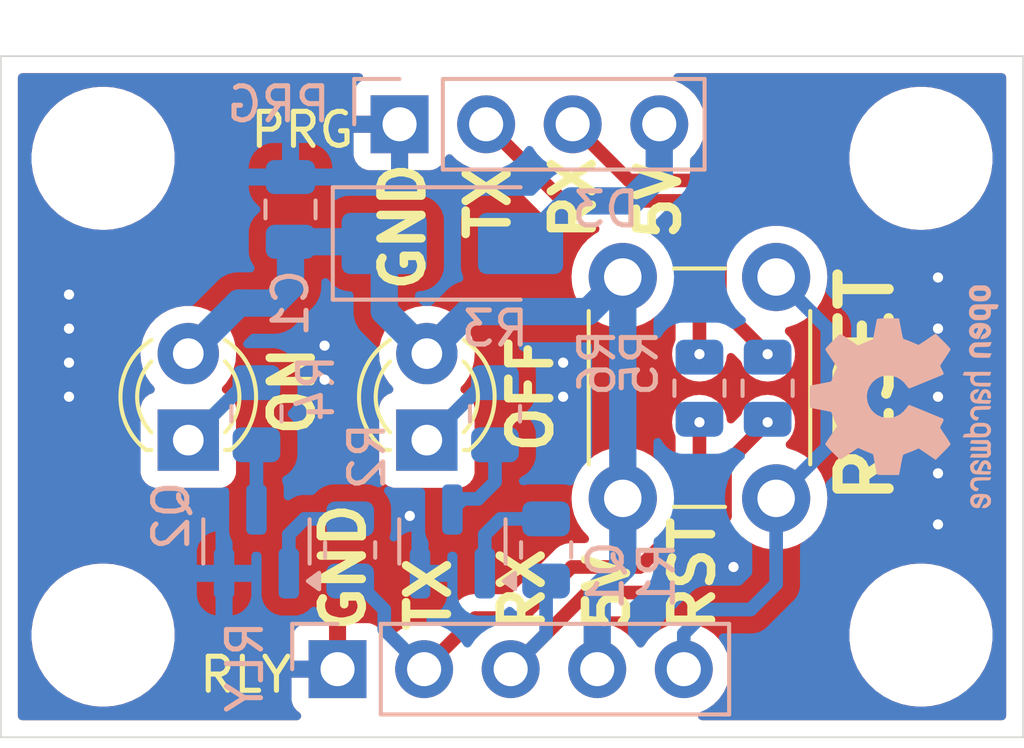
<source format=kicad_pcb>
(kicad_pcb (version 20221018) (generator pcbnew)
  (layers (0 "F.Cu" signal) (31 "B.Cu" signal) (34 "B.Paste" user) (35 "F.Paste" user) (36 "B.SilkS" user "B.Silkscreen") (37 "F.SilkS" user "F.Silkscreen") (38 "B.Mask" user) (39 "F.Mask" user) (44 "Edge.Cuts" user))
  (net 0 "")
  (net 1 "Net-(D1-K)")
  (net 2 "/5V")
  (net 3 "Net-(D2-K)")
  (net 4 "/P5V")
  (net 5 "GND")
  (net 6 "/TX")
  (net 7 "/RX")
  (net 8 "/RST")
  (net 9 "/PTX")
  (net 10 "/PRX")
  (net 11 "Net-(Q1-B)")
  (net 12 "Net-(Q1-C)")
  (net 13 "Net-(Q2-B)")
  (net 14 "Net-(Q2-C)")
  (footprint "MountingHole:MountingHole_3.2mm_M3_ISO14580" (layer "F.Cu") (at 143 73)
    (fp_text reference "REF**" hide)
    (fp_text value "MountingHole_3.2mm_M3_ISO14580" hide)
    (pad "" np_thru_hole circle (at 0 0) (size 3.2 3.2) (drill 3.2) (layers "*.Cu" "*.Mask"))
  )
  (footprint "MountingHole:MountingHole_3.2mm_M3_ISO14580" (layer "F.Cu") (at 143 87)
    (fp_text reference "REF**" hide)
    (fp_text value "MountingHole_3.2mm_M3_ISO14580" hide)
    (pad "" np_thru_hole circle (at 0 0) (size 3.2 3.2) (drill 3.2) (layers "F&B.Cu" "*.Mask"))
  )
  (footprint "MountingHole:MountingHole_3.2mm_M3_ISO14580" (layer "F.Cu") (at 167 87)
    (fp_text reference "REF**" hide)
    (fp_text value "MountingHole_3.2mm_M3_ISO14580" hide)
    (pad "" np_thru_hole circle (at 0 0) (size 3.2 3.2) (drill 3.2) (layers "F&B.Cu" "*.Mask"))
  )
  (footprint "MountingHole:MountingHole_3.2mm_M3_ISO14580" (layer "F.Cu") (at 167 73)
    (fp_text reference "REF**" hide)
    (fp_text value "MountingHole_3.2mm_M3_ISO14580" hide)
    (pad "" np_thru_hole circle (at 0 0) (size 3.2 3.2) (drill 3.2) (layers "F&B.Cu" "*.Mask"))
  )
  (footprint "LED_THT:LED_D3.0mm" (layer "F.Cu") (at 145.5 81.275 90)
    (fp_text reference "D2" hide)
    (fp_text value "ON (GRN)")
    (fp_line (start -0.29 -1.236) (end -0.29 -1.08) (stroke (width 0.12)) (layer "F.SilkS"))
    (fp_line (start -0.29 1.08) (end -0.29 1.236) (stroke (width 0.12)) (layer "F.SilkS"))
    (fp_arc (start -0.29 -1.235516) (mid 1.366487 -1.987659) (end 2.942335 -1.078608) (stroke (width 0.12)) (layer "F.SilkS"))
    (fp_arc (start 0.229039 -1.08) (mid 1.270117 -1.5) (end 2.31113 -1.079837) (stroke (width 0.12)) (layer "F.SilkS"))
    (fp_arc (start 2.31113 1.079837) (mid 1.270117 1.5) (end 0.229039 1.08) (stroke (width 0.12)) (layer "F.SilkS"))
    (fp_arc (start 2.942335 1.078608) (mid 1.366487 1.987659) (end -0.29 1.235516) (stroke (width 0.12)) (layer "F.SilkS"))
    (pad "1" thru_hole rect (at 0 0 90) (size 1.8 1.8) (drill 0.9) (layers "*.Cu" "*.Mask") (net 3 "Net-(D2-K)"))
    (pad "2" thru_hole circle (at 2.54 0 90) (size 1.8 1.8) (drill 0.9) (layers "*.Cu" "*.Mask") (net 2 "/5V"))
  )
  (footprint "LED_THT:LED_D3.0mm" (layer "F.Cu") (at 152.5 81.275 90)
    (fp_text reference "D1" hide)
    (fp_text value "OFF (RED)")
    (fp_line (start -0.29 -1.236) (end -0.29 -1.08) (stroke (width 0.12)) (layer "F.SilkS"))
    (fp_line (start -0.29 1.08) (end -0.29 1.236) (stroke (width 0.12)) (layer "F.SilkS"))
    (fp_arc (start -0.29 -1.235516) (mid 1.366487 -1.987659) (end 2.942335 -1.078608) (stroke (width 0.12)) (layer "F.SilkS"))
    (fp_arc (start 0.229039 -1.08) (mid 1.270117 -1.5) (end 2.31113 -1.079837) (stroke (width 0.12)) (layer "F.SilkS"))
    (fp_arc (start 2.31113 1.079837) (mid 1.270117 1.5) (end 0.229039 1.08) (stroke (width 0.12)) (layer "F.SilkS"))
    (fp_arc (start 2.942335 1.078608) (mid 1.366487 1.987659) (end -0.29 1.235516) (stroke (width 0.12)) (layer "F.SilkS"))
    (pad "1" thru_hole rect (at 0 0 90) (size 1.8 1.8) (drill 0.9) (layers "*.Cu" "*.Mask") (net 1 "Net-(D1-K)"))
    (pad "2" thru_hole circle (at 2.54 0 90) (size 1.8 1.8) (drill 0.9) (layers "*.Cu" "*.Mask") (net 2 "/5V"))
  )
  (footprint "Button_Switch_THT:SW_PUSH_6mm_H5mm" (layer "F.Cu") (at 158.25 82.985 90)
    (fp_text reference "SW1" hide)
    (fp_text value "RESET")
    (fp_line (start -0.25 1.5) (end -0.25 3) (stroke (width 0.12)) (layer "F.SilkS"))
    (fp_line (start 1 5.5) (end 5.5 5.5) (stroke (width 0.12)) (layer "F.SilkS"))
    (fp_line (start 5.5 -1) (end 1 -1) (stroke (width 0.12)) (layer "F.SilkS"))
    (fp_line (start 6.75 3) (end 6.75 1.5) (stroke (width 0.12)) (layer "F.SilkS"))
    (pad "1" thru_hole circle (at 0 0 180) (size 2 2) (drill 1.1) (layers "*.Cu" "*.Mask") (net 2 "/5V"))
    (pad "1" thru_hole circle (at 6.5 0 180) (size 2 2) (drill 1.1) (layers "*.Cu" "*.Mask") (net 2 "/5V"))
    (pad "2" thru_hole circle (at 0 4.5 180) (size 2 2) (drill 1.1) (layers "*.Cu" "*.Mask") (net 8 "/RST"))
    (pad "2" thru_hole circle (at 6.5 4.5 180) (size 2 2) (drill 1.1) (layers "*.Cu" "*.Mask") (net 8 "/RST"))
  )
  (footprint "Connector_PinHeader_2.54mm:PinHeader_1x05_P2.54mm_Vertical" (layer "B.Cu") (at 149.88 88 -90)
    (fp_text reference "J1" hide)
    (fp_text value "RELAY")
    (fp_line (start -1.33 -11.49) (end 1.33 -11.49) (stroke (width 0.12)) (layer "B.SilkS"))
    (fp_line (start -1.33 -1.27) (end -1.33 -11.49) (stroke (width 0.12)) (layer "B.SilkS"))
    (fp_line (start -1.33 -1.27) (end 1.33 -1.27) (stroke (width 0.12)) (layer "B.SilkS"))
    (fp_line (start -1.33 0) (end -1.33 1.33) (stroke (width 0.12)) (layer "B.SilkS"))
    (fp_line (start -1.33 1.33) (end 0 1.33) (stroke (width 0.12)) (layer "B.SilkS"))
    (fp_line (start 1.33 -1.27) (end 1.33 -11.49) (stroke (width 0.12)) (layer "B.SilkS"))
    (pad "1" thru_hole rect (at 0 0 270) (size 1.7 1.7) (drill 1) (layers "*.Cu" "*.Mask") (net 5 "GND"))
    (pad "2" thru_hole oval (at 0 -2.54 270) (size 1.7 1.7) (drill 1) (layers "*.Cu" "*.Mask") (net 6 "/TX"))
    (pad "3" thru_hole oval (at 0 -5.08 270) (size 1.7 1.7) (drill 1) (layers "*.Cu" "*.Mask") (net 7 "/RX"))
    (pad "4" thru_hole oval (at 0 -7.62 270) (size 1.7 1.7) (drill 1) (layers "*.Cu" "*.Mask") (net 2 "/5V"))
    (pad "5" thru_hole oval (at 0 -10.16 270) (size 1.7 1.7) (drill 1) (layers "*.Cu" "*.Mask") (net 8 "/RST"))
  )
  (footprint "Package_TO_SOT_SMD:SOT-23" (layer "B.Cu") (at 147.5 84.25 90)
    (fp_text reference "Q2" (at 0.75 -2.5 90) (layer "B.SilkS") (effects (justify mirror)))
    (fp_text value "BC847")
    (fp_line (start 0 -1.56) (end -0.65 -1.56) (stroke (width 0.12)) (layer "B.SilkS"))
    (fp_line (start 0 -1.56) (end 0.65 -1.56) (stroke (width 0.12)) (layer "B.SilkS"))
    (fp_line (start 0 1.56) (end -0.65 1.56) (stroke (width 0.12)) (layer "B.SilkS"))
    (fp_line (start 0 1.56) (end 0.65 1.56) (stroke (width 0.12)) (layer "B.SilkS"))
    (fp_poly (pts (xy -1.1625 1.51) (xy -1.4025 1.84) (xy -0.9225 1.84) (xy -1.1625 1.51)) (stroke (width 0.12)) (fill solid) (layer "B.SilkS"))
    (pad "1" smd roundrect (at -0.9375 0.95 90) (size 1.475 0.6) (layers "B.Cu" "B.Paste" "B.Mask") (net 13 "Net-(Q2-B)"))
    (pad "2" smd roundrect (at -0.9375 -0.95 90) (size 1.475 0.6) (layers "B.Cu" "B.Paste" "B.Mask") (net 5 "GND"))
    (pad "3" smd roundrect (at 0.9375 0 90) (size 1.475 0.6) (layers "B.Cu" "B.Paste" "B.Mask") (net 14 "Net-(Q2-C)"))
  )
  (footprint "Resistor_SMD:R_0805_2012Metric" (layer "B.Cu") (at 162.5 79.75 -90)
    (fp_text reference "R5" (at -0.75 3.75 90) (layer "B.SilkS") (effects (justify mirror)))
    (fp_text value "470")
    (fp_line (start -0.227064 -0.735) (end 0.227064 -0.735) (stroke (width 0.12)) (layer "B.SilkS"))
    (fp_line (start -0.227064 0.735) (end 0.227064 0.735) (stroke (width 0.12)) (layer "B.SilkS"))
    (pad "1" smd roundrect (at -0.9125 0 270) (size 1.025 1.4) (layers "B.Cu" "B.Paste" "B.Mask") (roundrect_rratio 0.243902) (net 10 "/PRX"))
    (pad "2" smd roundrect (at 0.9125 0 270) (size 1.025 1.4) (layers "B.Cu" "B.Paste" "B.Mask") (roundrect_rratio 0.243902) (net 7 "/RX"))
  )
  (footprint "Resistor_SMD:R_0805_2012Metric" (layer "B.Cu") (at 147.5 80.5 -90)
    (fp_text reference "R4" (at -0.75 -1.75 90) (layer "B.SilkS") (effects (justify mirror)))
    (fp_text value "1k")
    (fp_line (start -0.227064 -0.735) (end 0.227064 -0.735) (stroke (width 0.12)) (layer "B.SilkS"))
    (fp_line (start -0.227064 0.735) (end 0.227064 0.735) (stroke (width 0.12)) (layer "B.SilkS"))
    (pad "1" smd roundrect (at -0.9125 0 270) (size 1.025 1.4) (layers "B.Cu" "B.Paste" "B.Mask") (roundrect_rratio 0.243902) (net 3 "Net-(D2-K)"))
    (pad "2" smd roundrect (at 0.9125 0 270) (size 1.025 1.4) (layers "B.Cu" "B.Paste" "B.Mask") (roundrect_rratio 0.243902) (net 14 "Net-(Q2-C)"))
  )
  (footprint "Resistor_SMD:R_0805_2012Metric" (layer "B.Cu") (at 154.5 80.5 -90)
    (fp_text reference "R3" (at -2.5 0 -180) (layer "B.SilkS") (effects (justify mirror)))
    (fp_text value "1k")
    (fp_line (start -0.227064 -0.735) (end 0.227064 -0.735) (stroke (width 0.12)) (layer "B.SilkS"))
    (fp_line (start -0.227064 0.735) (end 0.227064 0.735) (stroke (width 0.12)) (layer "B.SilkS"))
    (pad "1" smd roundrect (at -0.9125 0 270) (size 1.025 1.4) (layers "B.Cu" "B.Paste" "B.Mask") (roundrect_rratio 0.243902) (net 1 "Net-(D1-K)"))
    (pad "2" smd roundrect (at 0.9125 0 270) (size 1.025 1.4) (layers "B.Cu" "B.Paste" "B.Mask") (roundrect_rratio 0.243902) (net 12 "Net-(Q1-C)"))
  )
  (footprint "Connector_PinHeader_2.54mm:PinHeader_1x04_P2.54mm_Vertical" (layer "B.Cu") (at 151.7 72 -90)
    (fp_text reference "J2" hide)
    (fp_text value "PROGRAM")
    (fp_line (start -1.33 -8.95) (end 1.33 -8.95) (stroke (width 0.12)) (layer "B.SilkS"))
    (fp_line (start -1.33 -1.27) (end -1.33 -8.95) (stroke (width 0.12)) (layer "B.SilkS"))
    (fp_line (start -1.33 -1.27) (end 1.33 -1.27) (stroke (width 0.12)) (layer "B.SilkS"))
    (fp_line (start -1.33 0) (end -1.33 1.33) (stroke (width 0.12)) (layer "B.SilkS"))
    (fp_line (start -1.33 1.33) (end 0 1.33) (stroke (width 0.12)) (layer "B.SilkS"))
    (fp_line (start 1.33 -1.27) (end 1.33 -8.95) (stroke (width 0.12)) (layer "B.SilkS"))
    (pad "1" thru_hole rect (at 0 0 270) (size 1.7 1.7) (drill 1) (layers "*.Cu" "*.Mask") (net 5 "GND"))
    (pad "2" thru_hole oval (at 0 -2.54 270) (size 1.7 1.7) (drill 1) (layers "*.Cu" "*.Mask") (net 9 "/PTX"))
    (pad "3" thru_hole oval (at 0 -5.08 270) (size 1.7 1.7) (drill 1) (layers "*.Cu" "*.Mask") (net 10 "/PRX"))
    (pad "4" thru_hole oval (at 0 -7.62 270) (size 1.7 1.7) (drill 1) (layers "*.Cu" "*.Mask") (net 4 "/P5V"))
  )
  (footprint "Resistor_SMD:R_0805_2012Metric" (layer "B.Cu") (at 150.25 84.5 -90)
    (fp_text reference "R2" (at -2.75 -0.5 90) (layer "B.SilkS") (effects (justify mirror)))
    (fp_text value "1k")
    (fp_line (start -0.227064 -0.735) (end 0.227064 -0.735) (stroke (width 0.12)) (layer "B.SilkS"))
    (fp_line (start -0.227064 0.735) (end 0.227064 0.735) (stroke (width 0.12)) (layer "B.SilkS"))
    (pad "1" smd roundrect (at -0.9125 0 270) (size 1.025 1.4) (layers "B.Cu" "B.Paste" "B.Mask") (roundrect_rratio 0.243902) (net 13 "Net-(Q2-B)"))
    (pad "2" smd roundrect (at 0.9125 0 270) (size 1.025 1.4) (layers "B.Cu" "B.Paste" "B.Mask") (roundrect_rratio 0.243902) (net 6 "/TX"))
  )
  (footprint "Diode_SMD:D_SMA" (layer "B.Cu") (at 153.25 75.5)
    (fp_text reference "D3" (at 4.5 -1) (layer "B.SilkS") (effects (justify mirror)))
    (fp_text value "SS14")
    (fp_line (start -3.51 -1.65) (end 2 -1.65) (stroke (width 0.12)) (layer "B.SilkS"))
    (fp_line (start -3.51 1.65) (end -3.51 -1.65) (stroke (width 0.12)) (layer "B.SilkS"))
    (fp_line (start -3.51 1.65) (end 2 1.65) (stroke (width 0.12)) (layer "B.SilkS"))
    (pad "1" smd roundrect (at -2 0) (size 2.5 1.8) (layers "B.Cu" "B.Paste" "B.Mask") (roundrect_rratio 0.1388888889) (net 2 "/5V"))
    (pad "2" smd roundrect (at 2 0) (size 2.5 1.8) (layers "B.Cu" "B.Paste" "B.Mask") (roundrect_rratio 0.1388888889) (net 4 "/P5V"))
  )
  (footprint "Capacitor_SMD:C_0805_2012Metric" (layer "B.Cu") (at 148.5 74.5 90)
    (fp_text reference "C1" (at -2.75 0 90) (layer "B.SilkS") (effects (justify mirror)))
    (fp_text value "1u")
    (fp_line (start -0.261252 -0.735) (end 0.261252 -0.735) (stroke (width 0.12)) (layer "B.SilkS"))
    (fp_line (start -0.261252 0.735) (end 0.261252 0.735) (stroke (width 0.12)) (layer "B.SilkS"))
    (pad "1" smd roundrect (at -0.95 0 90) (size 1 1.45) (layers "B.Cu" "B.Paste" "B.Mask") (net 2 "/5V"))
    (pad "2" smd roundrect (at 0.95 0 90) (size 1 1.45) (layers "B.Cu" "B.Paste" "B.Mask") (net 5 "GND"))
  )
  (footprint "Resistor_SMD:R_0805_2012Metric" (layer "B.Cu") (at 156 84.5 -90)
    (fp_text reference "R1" (at 0.75 -3.25 90) (layer "B.SilkS") (effects (justify mirror)))
    (fp_text value "1k")
    (fp_line (start -0.227064 -0.735) (end 0.227064 -0.735) (stroke (width 0.12)) (layer "B.SilkS"))
    (fp_line (start -0.227064 0.735) (end 0.227064 0.735) (stroke (width 0.12)) (layer "B.SilkS"))
    (pad "1" smd roundrect (at -0.9125 0 270) (size 1.025 1.4) (layers "B.Cu" "B.Paste" "B.Mask") (roundrect_rratio 0.243902) (net 11 "Net-(Q1-B)"))
    (pad "2" smd roundrect (at 0.9125 0 270) (size 1.025 1.4) (layers "B.Cu" "B.Paste" "B.Mask") (roundrect_rratio 0.243902) (net 7 "/RX"))
  )
  (footprint "Package_TO_SOT_SMD:SOT-23" (layer "B.Cu") (at 153.25 84.25 90)
    (fp_text reference "Q1" (at -1 4.5 90) (layer "B.SilkS") (effects (justify mirror)))
    (fp_text value "BC847")
    (fp_line (start 0 -1.56) (end -0.65 -1.56) (stroke (width 0.12)) (layer "B.SilkS"))
    (fp_line (start 0 -1.56) (end 0.65 -1.56) (stroke (width 0.12)) (layer "B.SilkS"))
    (fp_line (start 0 1.56) (end -0.65 1.56) (stroke (width 0.12)) (layer "B.SilkS"))
    (fp_line (start 0 1.56) (end 0.65 1.56) (stroke (width 0.12)) (layer "B.SilkS"))
    (fp_poly (pts (xy -1.1625 1.51) (xy -1.4025 1.84) (xy -0.9225 1.84) (xy -1.1625 1.51)) (stroke (width 0.12)) (fill solid) (layer "B.SilkS"))
    (pad "1" smd roundrect (at -0.9375 0.95 90) (size 1.475 0.6) (layers "B.Cu" "B.Paste" "B.Mask") (net 11 "Net-(Q1-B)"))
    (pad "2" smd roundrect (at -0.9375 -0.95 90) (size 1.475 0.6) (layers "B.Cu" "B.Paste" "B.Mask") (net 5 "GND"))
    (pad "3" smd roundrect (at 0.9375 0 90) (size 1.475 0.6) (layers "B.Cu" "B.Paste" "B.Mask") (net 12 "Net-(Q1-C)"))
  )
  (footprint "Symbol:OSHW-Logo2_7.3x6mm_SilkScreen" (layer "B.Cu") (at 166.5 80 -90)
    (fp_text reference "REF**" hide)
    (fp_text value "OSHW-Logo2_7.3x6mm_SilkScreen" hide)
    (fp_poly (pts (xy 2.6526 -1.958752) (xy 2.669948 -1.966334) (xy 2.711356 -1.999128) (xy 2.746765 -2.046547) (xy 2.768664 -2.097151) (xy 2.772229 -2.122098) (xy 2.760279 -2.156927) (xy 2.734067 -2.175357) (xy 2.705964 -2.186516) (xy 2.693095 -2.188572) (xy 2.686829 -2.173649) (xy 2.674456 -2.141175) (xy 2.669028 -2.126502) (xy 2.63859 -2.075744) (xy 2.59452 -2.050427) (xy 2.53801 -2.051206) (xy 2.533825 -2.052203) (xy 2.503655 -2.066507) (xy 2.481476 -2.094393) (xy 2.466327 -2.139287) (xy 2.45725 -2.204615) (xy 2.453286 -2.293804) (xy 2.452914 -2.341261) (xy 2.45273 -2.416071) (xy 2.451522 -2.467069) (xy 2.448309 -2.499471) (xy 2.442109 -2.518495) (xy 2.43194 -2.529356) (xy 2.416819 -2.537272) (xy 2.415946 -2.53767) (xy 2.386828 -2.549981) (xy 2.372403 -2.554514) (xy 2.370186 -2.540809) (xy 2.368289 -2.502925) (xy 2.366847 -2.445715) (xy 2.365998 -2.374027) (xy 2.365829 -2.321565) (xy 2.366692 -2.220047) (xy 2.37007 -2.143032) (xy 2.377142 -2.086023) (xy 2.389088 -2.044526) (xy 2.40709 -2.014043) (xy 2.432327 -1.99008) (xy 2.457247 -1.973355) (xy 2.517171 -1.951097) (xy 2.586911 -1.946076) (xy 2.6526 -1.958752)) (stroke (width 0.01)) (fill solid) (layer "B.SilkS"))
    (fp_poly (pts (xy -1.283907 -1.92778) (xy -1.237328 -1.954723) (xy -1.204943 -1.981466) (xy -1.181258 -2.009484) (xy -1.164941 -2.043748) (xy -1.154661 -2.089227) (xy -1.149086 -2.150892) (xy -1.146884 -2.233711) (xy -1.146629 -2.293246) (xy -1.146629 -2.512391) (xy -1.208314 -2.540044) (xy -1.27 -2.567697) (xy -1.277257 -2.32767) (xy -1.280256 -2.238028) (xy -1.283402 -2.172962) (xy -1.287299 -2.128026) (xy -1.292553 -2.09877) (xy -1.299769 -2.080748) (xy -1.30955 -2.069511) (xy -1.312688 -2.067079) (xy -1.360239 -2.048083) (xy -1.408303 -2.0556) (xy -1.436914 -2.075543) (xy -1.448553 -2.089675) (xy -1.456609 -2.10822) (xy -1.461729 -2.136334) (xy -1.464559 -2.179173) (xy -1.465744 -2.241895) (xy -1.465943 -2.307261) (xy -1.465982 -2.389268) (xy -1.467386 -2.447316) (xy -1.472086 -2.486465) (xy -1.482013 -2.51178) (xy -1.499097 -2.528323) (xy -1.525268 -2.541156) (xy -1.560225 -2.554491) (xy -1.598404 -2.569007) (xy -1.593859 -2.311389) (xy -1.592029 -2.218519) (xy -1.589888 -2.149889) (xy -1.586819 -2.100711) (xy -1.582206 -2.066198) (xy -1.575432 -2.041562) (xy -1.565881 -2.022016) (xy -1.554366 -2.00477) (xy -1.49881 -1.94968) (xy -1.43102 -1.917822) (xy -1.357287 -1.910191) (xy -1.283907 -1.92778)) (stroke (width 0.01)) (fill solid) (layer "B.SilkS"))
    (fp_poly (pts (xy 0.529926 -1.949755) (xy 0.595858 -1.974084) (xy 0.649273 -2.017117) (xy 0.670164 -2.047409) (xy 0.692939 -2.102994) (xy 0.692466 -2.143186) (xy 0.668562 -2.170217) (xy 0.659717 -2.174813) (xy 0.62153 -2.189144) (xy 0.602028 -2.185472) (xy 0.595422 -2.161407) (xy 0.595086 -2.148114) (xy 0.582992 -2.09921) (xy 0.551471 -2.064999) (xy 0.507659 -2.048476) (xy 0.458695 -2.052634) (xy 0.418894 -2.074227) (xy 0.40545 -2.086544) (xy 0.395921 -2.101487) (xy 0.389485 -2.124075) (xy 0.385317 -2.159328) (xy 0.382597 -2.212266) (xy 0.380502 -2.287907) (xy 0.37996 -2.311857) (xy 0.377981 -2.39379) (xy 0.375731 -2.451455) (xy 0.372357 -2.489608) (xy 0.367006 -2.513004) (xy 0.358824 -2.526398) (xy 0.346959 -2.534545) (xy 0.339362 -2.538144) (xy 0.307102 -2.550452) (xy 0.288111 -2.554514) (xy 0.281836 -2.540948) (xy 0.278006 -2.499934) (xy 0.2766 -2.430999) (xy 0.277598 -2.333669) (xy 0.277908 -2.318657) (xy 0.280101 -2.229859) (xy 0.282693 -2.165019) (xy 0.286382 -2.119067) (xy 0.291864 -2.086935) (xy 0.299835 -2.063553) (xy 0.310993 -2.043852) (xy 0.31683 -2.03541) (xy 0.350296 -1.998057) (xy 0.387727 -1.969003) (xy 0.392309 -1.966467) (xy 0.459426 -1.946443) (xy 0.529926 -1.949755)) (stroke (width 0.01)) (fill solid) (layer "B.SilkS"))
    (fp_poly (pts (xy -0.624114 -1.851289) (xy -0.619861 -1.910613) (xy -0.614975 -1.945572) (xy -0.608205 -1.96082) (xy -0.598298 -1.961015) (xy -0.595086 -1.959195) (xy -0.552356 -1.946015) (xy -0.496773 -1.946785) (xy -0.440263 -1.960333) (xy -0.404918 -1.977861) (xy -0.368679 -2.005861) (xy -0.342187 -2.037549) (xy -0.324001 -2.077813) (xy -0.312678 -2.131543) (xy -0.306778 -2.203626) (xy -0.304857 -2.298951) (xy -0.304823 -2.317237) (xy -0.3048 -2.522646) (xy -0.350509 -2.53858) (xy -0.382973 -2.54942) (xy -0.400785 -2.554468) (xy -0.401309 -2.554514) (xy -0.403063 -2.540828) (xy -0.404556 -2.503076) (xy -0.405674 -2.446224) (xy -0.406303 -2.375234) (xy -0.4064 -2.332073) (xy -0.406602 -2.246973) (xy -0.407642 -2.185981) (xy -0.410169 -2.144177) (xy -0.414836 -2.116642) (xy -0.422293 -2.098456) (xy -0.433189 -2.084698) (xy -0.439993 -2.078073) (xy -0.486728 -2.051375) (xy -0.537728 -2.049375) (xy -0.583999 -2.071955) (xy -0.592556 -2.080107) (xy -0.605107 -2.095436) (xy -0.613812 -2.113618) (xy -0.619369 -2.139909) (xy -0.622474 -2.179562) (xy -0.623824 -2.237832) (xy -0.624114 -2.318173) (xy -0.624114 -2.522646) (xy -0.669823 -2.53858) (xy -0.702287 -2.54942) (xy -0.720099 -2.554468) (xy -0.720623 -2.554514) (xy -0.721963 -2.540623) (xy -0.723172 -2.501439) (xy -0.724199 -2.4407) (xy -0.724998 -2.362141) (xy -0.725519 -2.269498) (xy -0.725714 -2.166509) (xy -0.725714 -1.769342) (xy -0.678543 -1.749444) (xy -0.631371 -1.729547) (xy -0.624114 -1.851289)) (stroke (width 0.01)) (fill solid) (layer "B.SilkS"))
    (fp_poly (pts (xy 1.779833 -1.958663) (xy 1.782048 -1.99685) (xy 1.783784 -2.054886) (xy 1.784899 -2.12818) (xy 1.785257 -2.205055) (xy 1.785257 -2.465196) (xy 1.739326 -2.511127) (xy 1.707675 -2.539429) (xy 1.67989 -2.550893) (xy 1.641915 -2.550168) (xy 1.62684 -2.548321) (xy 1.579726 -2.542948) (xy 1.540756 -2.539869) (xy 1.531257 -2.539585) (xy 1.499233 -2.541445) (xy 1.453432 -2.546114) (xy 1.435674 -2.548321) (xy 1.392057 -2.551735) (xy 1.362745 -2.54432) (xy 1.33368 -2.521427) (xy 1.323188 -2.511127) (xy 1.277257 -2.465196) (xy 1.277257 -1.978602) (xy 1.314226 -1.961758) (xy 1.346059 -1.949282) (xy 1.364683 -1.944914) (xy 1.369458 -1.958718) (xy 1.373921 -1.997286) (xy 1.377775 -2.056356) (xy 1.380722 -2.131663) (xy 1.382143 -2.195286) (xy 1.386114 -2.445657) (xy 1.420759 -2.450556) (xy 1.452268 -2.447131) (xy 1.467708 -2.436041) (xy 1.472023 -2.415308) (xy 1.475708 -2.371145) (xy 1.478469 -2.309146) (xy 1.480012 -2.234909) (xy 1.480235 -2.196706) (xy 1.480457 -1.976783) (xy 1.526166 -1.960849) (xy 1.558518 -1.950015) (xy 1.576115 -1.944962) (xy 1.576623 -1.944914) (xy 1.578388 -1.958648) (xy 1.580329 -1.99673) (xy 1.582282 -2.054482) (xy 1.584084 -2.127227) (xy 1.585343 -2.195286) (xy 1.589314 -2.445657) (xy 1.6764 -2.445657) (xy 1.680396 -2.21724) (xy 1.684392 -1.988822) (xy 1.726847 -1.966868) (xy 1.758192 -1.951793) (xy 1.776744 -1.944951) (xy 1.777279 -1.944914) (xy 1.779833 -1.958663)) (stroke (width 0.01)) (fill solid) (layer "B.SilkS"))
    (fp_poly (pts (xy -2.958885 -1.921962) (xy -2.890855 -1.957733) (xy -2.840649 -2.015301) (xy -2.822815 -2.052312) (xy -2.808937 -2.107882) (xy -2.801833 -2.178096) (xy -2.80116 -2.254727) (xy -2.806573 -2.329552) (xy -2.81773 -2.394342) (xy -2.834286 -2.440873) (xy -2.839374 -2.448887) (xy -2.899645 -2.508707) (xy -2.971231 -2.544535) (xy -3.048908 -2.55502) (xy -3.127452 -2.53881) (xy -3.149311 -2.529092) (xy -3.191878 -2.499143) (xy -3.229237 -2.459433) (xy -3.232768 -2.454397) (xy -3.247119 -2.430124) (xy -3.256606 -2.404178) (xy -3.26221 -2.370022) (xy -3.264914 -2.321119) (xy -3.265701 -2.250935) (xy -3.265714 -2.2352) (xy -3.265678 -2.230192) (xy -3.120571 -2.230192) (xy -3.119727 -2.29643) (xy -3.116404 -2.340386) (xy -3.109417 -2.368779) (xy -3.097584 -2.388325) (xy -3.091543 -2.394857) (xy -3.056814 -2.41968) (xy -3.023097 -2.418548) (xy -2.989005 -2.397016) (xy -2.968671 -2.374029) (xy -2.956629 -2.340478) (xy -2.949866 -2.287569) (xy -2.949402 -2.281399) (xy -2.948248 -2.185513) (xy -2.960312 -2.114299) (xy -2.98543 -2.068194) (xy -3.02344 -2.047635) (xy -3.037008 -2.046514) (xy -3.072636 -2.052152) (xy -3.097006 -2.071686) (xy -3.111907 -2.109042) (xy -3.119125 -2.16815) (xy -3.120571 -2.230192) (xy -3.265678 -2.230192) (xy -3.265174 -2.160413) (xy -3.262904 -2.108159) (xy -3.257932 -2.071949) (xy -3.249287 -2.045299) (xy -3.235995 -2.021722) (xy -3.233057 -2.017338) (xy -3.183687 -1.958249) (xy -3.129891 -1.923947) (xy -3.064398 -1.910331) (xy -3.042158 -1.909665) (xy -2.958885 -1.921962)) (stroke (width 0.01)) (fill solid) (layer "B.SilkS"))
    (fp_poly (pts (xy 3.153595 -1.966966) (xy 3.211021 -2.004497) (xy 3.238719 -2.038096) (xy 3.260662 -2.099064) (xy 3.262405 -2.147308) (xy 3.258457 -2.211816) (xy 3.109686 -2.276934) (xy 3.037349 -2.310202) (xy 2.990084 -2.336964) (xy 2.965507 -2.360144) (xy 2.961237 -2.382667) (xy 2.974889 -2.407455) (xy 2.989943 -2.423886) (xy 3.033746 -2.450235) (xy 3.081389 -2.452081) (xy 3.125145 -2.431546) (xy 3.157289 -2.390752) (xy 3.163038 -2.376347) (xy 3.190576 -2.331356) (xy 3.222258 -2.312182) (xy 3.265714 -2.295779) (xy 3.265714 -2.357966) (xy 3.261872 -2.400283) (xy 3.246823 -2.435969) (xy 3.21528 -2.476943) (xy 3.210592 -2.482267) (xy 3.175506 -2.51872) (xy 3.145347 -2.538283) (xy 3.107615 -2.547283) (xy 3.076335 -2.55023) (xy 3.020385 -2.550965) (xy 2.980555 -2.54166) (xy 2.955708 -2.527846) (xy 2.916656 -2.497467) (xy 2.889625 -2.464613) (xy 2.872517 -2.423294) (xy 2.863238 -2.367521) (xy 2.859693 -2.291305) (xy 2.85941 -2.252622) (xy 2.860372 -2.206247) (xy 2.948007 -2.206247) (xy 2.949023 -2.231126) (xy 2.951556 -2.2352) (xy 2.968274 -2.229665) (xy 3.004249 -2.215017) (xy 3.052331 -2.19419) (xy 3.062386 -2.189714) (xy 3.123152 -2.158814) (xy 3.156632 -2.131657) (xy 3.16399 -2.10622) (xy 3.146391 -2.080481) (xy 3.131856 -2.069109) (xy 3.07941 -2.046364) (xy 3.030322 -2.050122) (xy 2.989227 -2.077884) (xy 2.960758 -2.127152) (xy 2.951631 -2.166257) (xy 2.948007 -2.206247) (xy 2.860372 -2.206247) (xy 2.861285 -2.162249) (xy 2.868196 -2.095384) (xy 2.881884 -2.046695) (xy 2.904096 -2.010849) (xy 2.936574 -1.982513) (xy 2.950733 -1.973355) (xy 3.015053 -1.949507) (xy 3.085473 -1.948006) (xy 3.153595 -1.966966)) (stroke (width 0.01)) (fill solid) (layer "B.SilkS"))
    (fp_poly (pts (xy 1.190117 -2.065358) (xy 1.189933 -2.173837) (xy 1.189219 -2.257287) (xy 1.187675 -2.319704) (xy 1.185001 -2.365085) (xy 1.180894 -2.397429) (xy 1.175055 -2.420733) (xy 1.167182 -2.438995) (xy 1.161221 -2.449418) (xy 1.111855 -2.505945) (xy 1.049264 -2.541377) (xy 0.980013 -2.55409) (xy 0.910668 -2.542463) (xy 0.869375 -2.521568) (xy 0.826025 -2.485422) (xy 0.796481 -2.441276) (xy 0.778655 -2.383462) (xy 0.770463 -2.306313) (xy 0.769302 -2.249714) (xy 0.769458 -2.245647) (xy 0.870857 -2.245647) (xy 0.871476 -2.31055) (xy 0.874314 -2.353514) (xy 0.88084 -2.381622) (xy 0.892523 -2.401953) (xy 0.906483 -2.417288) (xy 0.953365 -2.44689) (xy 1.003701 -2.449419) (xy 1.051276 -2.424705) (xy 1.054979 -2.421356) (xy 1.070783 -2.403935) (xy 1.080693 -2.383209) (xy 1.086058 -2.352362) (xy 1.088228 -2.304577) (xy 1.088571 -2.251748) (xy 1.087827 -2.185381) (xy 1.084748 -2.141106) (xy 1.078061 -2.112009) (xy 1.066496 -2.091173) (xy 1.057013 -2.080107) (xy 1.01296 -2.052198) (xy 0.962224 -2.048843) (xy 0.913796 -2.070159) (xy 0.90445 -2.078073) (xy 0.88854 -2.095647) (xy 0.87861 -2.116587) (xy 0.873278 -2.147782) (xy 0.871163 -2.196122) (xy 0.870857 -2.245647) (xy 0.769458 -2.245647) (xy 0.77281 -2.158568) (xy 0.784726 -2.090086) (xy 0.807135 -2.0386) (xy 0.842124 -1.998443) (xy 0.869375 -1.977861) (xy 0.918907 -1.955625) (xy 0.976316 -1.945304) (xy 1.029682 -1.948067) (xy 1.059543 -1.959212) (xy 1.071261 -1.962383) (xy 1.079037 -1.950557) (xy 1.084465 -1.918866) (xy 1.088571 -1.870593) (xy 1.093067 -1.816829) (xy 1.099313 -1.784482) (xy 1.110676 -1.765985) (xy 1.130528 -1.75377) (xy 1.143 -1.748362) (xy 1.190171 -1.728601) (xy 1.190117 -2.065358)) (stroke (width 0.01)) (fill solid) (layer "B.SilkS"))
    (fp_poly (pts (xy -1.831697 -1.931239) (xy -1.774473 -1.969735) (xy -1.730251 -2.025335) (xy -1.703833 -2.096086) (xy -1.69849 -2.148162) (xy -1.699097 -2.169893) (xy -1.704178 -2.186531) (xy -1.718145 -2.201437) (xy -1.745411 -2.217973) (xy -1.790388 -2.239498) (xy -1.857489 -2.269374) (xy -1.857829 -2.269524) (xy -1.919593 -2.297813) (xy -1.970241 -2.322933) (xy -2.004596 -2.342179) (xy -2.017482 -2.352848) (xy -2.017486 -2.352934) (xy -2.006128 -2.376166) (xy -1.979569 -2.401774) (xy -1.949077 -2.420221) (xy -1.93363 -2.423886) (xy -1.891485 -2.411212) (xy -1.855192 -2.379471) (xy -1.837483 -2.344572) (xy -1.820448 -2.318845) (xy -1.787078 -2.289546) (xy -1.747851 -2.264235) (xy -1.713244 -2.250471) (xy -1.706007 -2.249714) (xy -1.697861 -2.26216) (xy -1.69737 -2.293972) (xy -1.703357 -2.336866) (xy -1.714643 -2.382558) (xy -1.73005 -2.422761) (xy -1.730829 -2.424322) (xy -1.777196 -2.489062) (xy -1.837289 -2.533097) (xy -1.905535 -2.554711) (xy -1.976362 -2.552185) (xy -2.044196 -2.523804) (xy -2.047212 -2.521808) (xy -2.100573 -2.473448) (xy -2.13566 -2.410352) (xy -2.155078 -2.327387) (xy -2.157684 -2.304078) (xy -2.162299 -2.194055) (xy -2.156767 -2.142748) (xy -2.017486 -2.142748) (xy -2.015676 -2.174753) (xy -2.005778 -2.184093) (xy -1.981102 -2.177105) (xy -1.942205 -2.160587) (xy -1.898725 -2.139881) (xy -1.897644 -2.139333) (xy -1.860791 -2.119949) (xy -1.846 -2.107013) (xy -1.849647 -2.093451) (xy -1.865005 -2.075632) (xy -1.904077 -2.049845) (xy -1.946154 -2.04795) (xy -1.983897 -2.066717) (xy -2.009966 -2.102915) (xy -2.017486 -2.142748) (xy -2.156767 -2.142748) (xy -2.152806 -2.106027) (xy -2.12845 -2.036212) (xy -2.094544 -1.987302) (xy -2.033347 -1.937878) (xy -1.965937 -1.913359) (xy -1.89712 -1.911797) (xy -1.831697 -1.931239)) (stroke (width 0.01)) (fill solid) (layer "B.SilkS"))
    (fp_poly (pts (xy 0.039744 -1.950968) (xy 0.096616 -1.972087) (xy 0.097267 -1.972493) (xy 0.13244 -1.99838) (xy 0.158407 -2.028633) (xy 0.17667 -2.068058) (xy 0.188732 -2.121462) (xy 0.196096 -2.193651) (xy 0.200264 -2.289432) (xy 0.200629 -2.303078) (xy 0.205876 -2.508842) (xy 0.161716 -2.531678) (xy 0.129763 -2.54711) (xy 0.11047 -2.554423) (xy 0.109578 -2.554514) (xy 0.106239 -2.541022) (xy 0.103587 -2.504626) (xy 0.101956 -2.451452) (xy 0.1016 -2.408393) (xy 0.101592 -2.338641) (xy 0.098403 -2.294837) (xy 0.087288 -2.273944) (xy 0.063501 -2.272925) (xy 0.022296 -2.288741) (xy -0.039914 -2.317815) (xy -0.085659 -2.341963) (xy -0.109187 -2.362913) (xy -0.116104 -2.385747) (xy -0.116114 -2.386877) (xy -0.104701 -2.426212) (xy -0.070908 -2.447462) (xy -0.019191 -2.450539) (xy 0.018061 -2.450006) (xy 0.037703 -2.460735) (xy 0.049952 -2.486505) (xy 0.057002 -2.519337) (xy 0.046842 -2.537966) (xy 0.043017 -2.540632) (xy 0.007001 -2.55134) (xy -0.043434 -2.552856) (xy -0.095374 -2.545759) (xy -0.132178 -2.532788) (xy -0.183062 -2.489585) (xy -0.211986 -2.429446) (xy -0.217714 -2.382462) (xy -0.213343 -2.340082) (xy -0.197525 -2.305488) (xy -0.166203 -2.274763) (xy -0.115322 -2.24399) (xy -0.040824 -2.209252) (xy -0.036286 -2.207288) (xy 0.030821 -2.176287) (xy 0.072232 -2.150862) (xy 0.089981 -2.128014) (xy 0.086107 -2.104745) (xy 0.062643 -2.078056) (xy 0.055627 -2.071914) (xy 0.00863 -2.0481) (xy -0.040067 -2.049103) (xy -0.082478 -2.072451) (xy -0.110616 -2.115675) (xy -0.113231 -2.12416) (xy -0.138692 -2.165308) (xy -0.170999 -2.185128) (xy -0.217714 -2.20477) (xy -0.217714 -2.15395) (xy -0.203504 -2.080082) (xy -0.161325 -2.012327) (xy -0.139376 -1.989661) (xy -0.089483 -1.960569) (xy -0.026033 -1.9474) (xy 0.039744 -1.950968)) (stroke (width 0.01)) (fill solid) (layer "B.SilkS"))
    (fp_poly (pts (xy -2.400256 -1.919918) (xy -2.344799 -1.947568) (xy -2.295852 -1.99848) (xy -2.282371 -2.017338) (xy -2.267686 -2.042015) (xy -2.258158 -2.068816) (xy -2.252707 -2.104587) (xy -2.250253 -2.156169) (xy -2.249714 -2.224267) (xy -2.252148 -2.317588) (xy -2.260606 -2.387657) (xy -2.276826 -2.439931) (xy -2.302546 -2.479869) (xy -2.339503 -2.512929) (xy -2.342218 -2.514886) (xy -2.37864 -2.534908) (xy -2.422498 -2.544815) (xy -2.478276 -2.547257) (xy -2.568952 -2.547257) (xy -2.56899 -2.635283) (xy -2.569834 -2.684308) (xy -2.574976 -2.713065) (xy -2.588413 -2.730311) (xy -2.614142 -2.744808) (xy -2.620321 -2.747769) (xy -2.649236 -2.761648) (xy -2.671624 -2.770414) (xy -2.688271 -2.771171) (xy -2.699964 -2.761023) (xy -2.70749 -2.737073) (xy -2.711634 -2.696426) (xy -2.713185 -2.636186) (xy -2.712929 -2.553455) (xy -2.711651 -2.445339) (xy -2.711252 -2.413) (xy -2.709815 -2.301524) (xy -2.708528 -2.228603) (xy -2.569029 -2.228603) (xy -2.568245 -2.290499) (xy -2.56476 -2.330997) (xy -2.556876 -2.357708) (xy -2.542895 -2.378244) (xy -2.533403 -2.38826) (xy -2.494596 -2.417567) (xy -2.460237 -2.419952) (xy -2.424784 -2.39575) (xy -2.423886 -2.394857) (xy -2.409461 -2.376153) (xy -2.400687 -2.350732) (xy -2.396261 -2.311584) (xy -2.394882 -2.251697) (xy -2.394857 -2.23843) (xy -2.398188 -2.155901) (xy -2.409031 -2.098691) (xy -2.42866 -2.063766) (xy -2.45835 -2.048094) (xy -2.475509 -2.046514) (xy -2.516234 -2.053926) (xy -2.544168 -2.07833) (xy -2.560983 -2.12298) (xy -2.56835 -2.19113) (xy -2.569029 -2.228603) (xy -2.708528 -2.228603) (xy -2.708292 -2.215245) (xy -2.706323 -2.150333) (xy -2.70355 -2.102958) (xy -2.699612 -2.06929) (xy -2.694151 -2.045498) (xy -2.686808 -2.027753) (xy -2.677223 -2.012224) (xy -2.673113 -2.006381) (xy -2.618595 -1.951185) (xy -2.549664 -1.91989) (xy -2.469928 -1.911165) (xy -2.400256 -1.919918)) (stroke (width 0.01)) (fill solid) (layer "B.SilkS"))
    (fp_poly (pts (xy 2.144876 -1.956335) (xy 2.186667 -1.975344) (xy 2.219469 -1.998378) (xy 2.243503 -2.024133) (xy 2.260097 -2.057358) (xy 2.270577 -2.1028) (xy 2.276271 -2.165207) (xy 2.278507 -2.249327) (xy 2.278743 -2.304721) (xy 2.278743 -2.520826) (xy 2.241774 -2.53767) (xy 2.212656 -2.549981) (xy 2.198231 -2.554514) (xy 2.195472 -2.541025) (xy 2.193282 -2.504653) (xy 2.191942 -2.451542) (xy 2.191657 -2.409372) (xy 2.190434 -2.348447) (xy 2.187136 -2.300115) (xy 2.182321 -2.270518) (xy 2.178496 -2.264229) (xy 2.152783 -2.270652) (xy 2.112418 -2.287125) (xy 2.065679 -2.309458) (xy 2.020845 -2.333457) (xy 1.986193 -2.35493) (xy 1.970002 -2.369685) (xy 1.969938 -2.369845) (xy 1.97133 -2.397152) (xy 1.983818 -2.423219) (xy 2.005743 -2.444392) (xy 2.037743 -2.451474) (xy 2.065092 -2.450649) (xy 2.103826 -2.450042) (xy 2.124158 -2.459116) (xy 2.136369 -2.483092) (xy 2.137909 -2.487613) (xy 2.143203 -2.521806) (xy 2.129047 -2.542568) (xy 2.092148 -2.552462) (xy 2.052289 -2.554292) (xy 1.980562 -2.540727) (xy 1.943432 -2.521355) (xy 1.897576 -2.475845) (xy 1.873256 -2.419983) (xy 1.871073 -2.360957) (xy 1.891629 -2.305953) (xy 1.922549 -2.271486) (xy 1.95342 -2.252189) (xy 2.001942 -2.227759) (xy 2.058485 -2.202985) (xy 2.06791 -2.199199) (xy 2.130019 -2.171791) (xy 2.165822 -2.147634) (xy 2.177337 -2.123619) (xy 2.16658 -2.096635) (xy 2.148114 -2.075543) (xy 2.104469 -2.049572) (xy 2.056446 -2.047624) (xy 2.012406 -2.067637) (xy 1.980709 -2.107551) (xy 1.976549 -2.117848) (xy 1.952327 -2.155724) (xy 1.916965 -2.183842) (xy 1.872343 -2.206917) (xy 1.872343 -2.141485) (xy 1.874969 -2.101506) (xy 1.88623 -2.069997) (xy 1.911199 -2.036378) (xy 1.935169 -2.010484) (xy 1.972441 -1.973817) (xy 2.001401 -1.954121) (xy 2.032505 -1.94622) (xy 2.067713 -1.944914) (xy 2.144876 -1.956335)) (stroke (width 0.01)) (fill solid) (layer "B.SilkS"))
    (fp_poly (pts (xy 0.10391 2.757652) (xy 0.182454 2.757222) (xy 0.239298 2.756058) (xy 0.278105 2.753793) (xy 0.302538 2.75006) (xy 0.316262 2.744494) (xy 0.32294 2.736727) (xy 0.326236 2.726395) (xy 0.326556 2.725057) (xy 0.331562 2.700921) (xy 0.340829 2.653299) (xy 0.353392 2.587259) (xy 0.368287 2.507872) (xy 0.384551 2.420204) (xy 0.385119 2.417125) (xy 0.40141 2.331211) (xy 0.416652 2.255304) (xy 0.429861 2.193955) (xy 0.440054 2.151718) (xy 0.446248 2.133145) (xy 0.446543 2.132816) (xy 0.464788 2.123747) (xy 0.502405 2.108633) (xy 0.551271 2.090738) (xy 0.551543 2.090642) (xy 0.613093 2.067507) (xy 0.685657 2.038035) (xy 0.754057 2.008403) (xy 0.757294 2.006938) (xy 0.868702 1.956374) (xy 1.115399 2.12484) (xy 1.191077 2.176197) (xy 1.259631 2.222111) (xy 1.317088 2.25997) (xy 1.359476 2.287163) (xy 1.382825 2.301079) (xy 1.385042 2.302111) (xy 1.40201 2.297516) (xy 1.433701 2.275345) (xy 1.481352 2.234553) (xy 1.546198 2.174095) (xy 1.612397 2.109773) (xy 1.676214 2.046388) (xy 1.733329 1.988549) (xy 1.780305 1.939825) (xy 1.813703 1.90379) (xy 1.830085 1.884016) (xy 1.830694 1.882998) (xy 1.832505 1.869428) (xy 1.825683 1.847267) (xy 1.80854 1.813522) (xy 1.779393 1.7652) (xy 1.736555 1.699308) (xy 1.679448 1.614483) (xy 1.628766 1.539823) (xy 1.583461 1.47286) (xy 1.54615 1.417484) (xy 1.519452 1.37758) (xy 1.505985 1.357038) (xy 1.505137 1.355644) (xy 1.506781 1.335962) (xy 1.519245 1.297707) (xy 1.540048 1.248111) (xy 1.547462 1.232272) (xy 1.579814 1.16171) (xy 1.614328 1.081647) (xy 1.642365 1.012371) (xy 1.662568 0.960955) (xy 1.678615 0.921881) (xy 1.687888 0.901459) (xy 1.689041 0.899886) (xy 1.706096 0.897279) (xy 1.746298 0.890137) (xy 1.804302 0.879477) (xy 1.874763 0.866315) (xy 1.952335 0.851667) (xy 2.031672 0.836551) (xy 2.107431 0.821982) (xy 2.174264 0.808978) (xy 2.226828 0.798555) (xy 2.259776 0.79173) (xy 2.267857 0.789801) (xy 2.276205 0.785038) (xy 2.282506 0.774282) (xy 2.287045 0.753902) (xy 2.290104 0.720266) (xy 2.291967 0.669745) (xy 2.292918 0.598708) (xy 2.29324 0.503524) (xy 2.293257 0.464508) (xy 2.293257 0.147201) (xy 2.217057 0.132161) (xy 2.174663 0.124005) (xy 2.1114 0.112101) (xy 2.034962 0.097884) (xy 1.953043 0.08279) (xy 1.9304 0.078645) (xy 1.854806 0.063947) (xy 1.788953 0.049495) (xy 1.738366 0.036625) (xy 1.708574 0.026678) (xy 1.703612 0.023713) (xy 1.691426 0.002717) (xy 1.673953 -0.037967) (xy 1.654577 -0.090322) (xy 1.650734 -0.1016) (xy 1.625339 -0.171523) (xy 1.593817 -0.250418) (xy 1.562969 -0.321266) (xy 1.562817 -0.321595) (xy 1.511447 -0.432733) (xy 1.680399 -0.681253) (xy 1.849352 -0.929772) (xy 1.632429 -1.147058) (xy 1.566819 -1.211726) (xy 1.506979 -1.268733) (xy 1.456267 -1.315033) (xy 1.418046 -1.347584) (xy 1.395675 -1.363343) (xy 1.392466 -1.364343) (xy 1.373626 -1.356469) (xy 1.33518 -1.334578) (xy 1.28133 -1.301267) (xy 1.216276 -1.259131) (xy 1.14594 -1.211943) (xy 1.074555 -1.16381) (xy 1.010908 -1.121928) (xy 0.959041 -1.088871) (xy 0.922995 -1.067218) (xy 0.906867 -1.059543) (xy 0.887189 -1.066037) (xy 0.849875 -1.08315) (xy 0.802621 -1.107326) (xy 0.797612 -1.110013) (xy 0.733977 -1.141927) (xy 0.690341 -1.157579) (xy 0.663202 -1.157745) (xy 0.649057 -1.143204) (xy 0.648975 -1.143) (xy 0.641905 -1.125779) (xy 0.625042 -1.084899) (xy 0.599695 -1.023525) (xy 0.567171 -0.944819) (xy 0.528778 -0.851947) (xy 0.485822 -0.748072) (xy 0.444222 -0.647502) (xy 0.398504 -0.536516) (xy 0.356526 -0.433703) (xy 0.319548 -0.342215) (xy 0.288827 -0.265201) (xy 0.265622 -0.205815) (xy 0.25119 -0.167209) (xy 0.246743 -0.1528) (xy 0.257896 -0.136272) (xy 0.287069 -0.10993) (xy 0.325971 -0.080887) (xy 0.436757 0.010961) (xy 0.523351 0.116241) (xy 0.584716 0.232734) (xy 0.619815 0.358224) (xy 0.627608 0.490493) (xy 0.621943 0.551543) (xy 0.591078 0.678205) (xy 0.53792 0.790059) (xy 0.465767 0.885999) (xy 0.377917 0.964924) (xy 0.277665 1.02573) (xy 0.16831 1.067313) (xy 0.053147 1.088572) (xy -0.064525 1.088401) (xy -0.18141 1.065699) (xy -0.294211 1.019362) (xy -0.399631 0.948287) (xy -0.443632 0.908089) (xy -0.528021 0.804871) (xy -0.586778 0.692075) (xy -0.620296 0.57299) (xy -0.628965 0.450905) (xy -0.613177 0.329107) (xy -0.573322 0.210884) (xy -0.509793 0.099525) (xy -0.422979 -0.001684) (xy -0.325971 -0.080887) (xy -0.285563 -0.111162) (xy -0.257018 -0.137219) (xy -0.246743 -0.152825) (xy -0.252123 -0.169843) (xy -0.267425 -0.2105) (xy -0.291388 -0.271642) (xy -0.322756 -0.350119) (xy -0.360268 -0.44278) (xy -0.402667 -0.546472) (xy -0.444337 -0.647526) (xy -0.49031 -0.758607) (xy -0.532893 -0.861541) (xy -0.570779 -0.953165) (xy -0.60266 -1.030316) (xy -0.627229 -1.089831) (xy -0.64318 -1.128544) (xy -0.64909 -1.143) (xy -0.663052 -1.157685) (xy -0.69006 -1.157642) (xy -0.733587 -1.142099) (xy -0.79711 -1.110284) (xy -0.797612 -1.110013) (xy -0.84544 -1.085323) (xy -0.884103 -1.067338) (xy -0.905905 -1.059614) (xy -0.906867 -1.059543) (xy -0.923279 -1.067378) (xy -0.959513 -1.089165) (xy -1.011526 -1.122328) (xy -1.075275 -1.164291) (xy -1.14594 -1.211943) (xy -1.217884 -1.260191) (xy -1.282726 -1.302151) (xy -1.336265 -1.335227) (xy -1.374303 -1.356821) (xy -1.392467 -1.364343) (xy -1.409192 -1.354457) (xy -1.44282 -1.326826) (xy -1.48999 -1.284495) (xy -1.547342 -1.230505) (xy -1.611516 -1.167899) (xy -1.632503 -1.146983) (xy -1.849501 -0.929623) (xy -1.684332 -0.68722) (xy -1.634136 -0.612781) (xy -1.590081 -0.545972) (xy -1.554638 -0.490665) (xy -1.530281 -0.450729) (xy -1.519478 -0.430036) (xy -1.519162 -0.428563) (xy -1.524857 -0.409058) (xy -1.540174 -0.369822) (xy -1.562463 -0.31743) (xy -1.578107 -0.282355) (xy -1.607359 -0.215201) (xy -1.634906 -0.147358) (xy -1.656263 -0.090034) (xy -1.662065 -0.072572) (xy -1.678548 -0.025938) (xy -1.69466 0.010095) (xy -1.70351 0.023713) (xy -1.72304 0.032048) (xy -1.765666 0.043863) (xy -1.825855 0.057819) (xy -1.898078 0.072578) (xy -1.9304 0.078645) (xy -2.012478 0.093727) (xy -2.091205 0.108331) (xy -2.158891 0.12102) (xy -2.20784 0.130358) (xy -2.217057 0.132161) (xy -2.293257 0.147201) (xy -2.293257 0.464508) (xy -2.293086 0.568846) (xy -2.292384 0.647787) (xy -2.290866 0.704962) (xy -2.288251 0.744001) (xy -2.284254 0.768535) (xy -2.278591 0.782195) (xy -2.27098 0.788611) (xy -2.267857 0.789801) (xy -2.249022 0.79402) (xy -2.207412 0.802438) (xy -2.14837 0.814039) (xy -2.077243 0.827805) (xy -1.999375 0.84272) (xy -1.920113 0.857768) (xy -1.844802 0.871931) (xy -1.778787 0.884194) (xy -1.727413 0.893539) (xy -1.696025 0.89895) (xy -1.689041 0.899886) (xy -1.682715 0.912404) (xy -1.66871 0.945754) (xy -1.649645 0.993623) (xy -1.642366 1.012371) (xy -1.613004 1.084805) (xy -1.578429 1.16483) (xy -1.547463 1.232272) (xy -1.524677 1.283841) (xy -1.509518 1.326215) (xy -1.504458 1.352166) (xy -1.505264 1.355644) (xy -1.515959 1.372064) (xy -1.54038 1.408583) (xy -1.575905 1.461313) (xy -1.619913 1.526365) (xy -1.669783 1.599849) (xy -1.679644 1.614355) (xy -1.737508 1.700296) (xy -1.780044 1.765739) (xy -1.808946 1.813696) (xy -1.82591 1.84718) (xy -1.832633 1.869205) (xy -1.83081 1.882783) (xy -1.830764 1.882869) (xy -1.816414 1.900703) (xy -1.784677 1.935183) (xy -1.73899 1.982732) (xy -1.682796 2.039778) (xy -1.619532 2.102745) (xy -1.612398 2.109773) (xy -1.53267 2.18698) (xy -1.471143 2.24367) (xy -1.426579 2.28089) (xy -1.397743 2.299685) (xy -1.385042 2.302111) (xy -1.366506 2.291529) (xy -1.328039 2.267084) (xy -1.273614 2.231388) (xy -1.207202 2.187053) (xy -1.132775 2.136689) (xy -1.115399 2.12484) (xy -0.868703 1.956374) (xy -0.757294 2.006938) (xy -0.689543 2.036405) (xy -0.616817 2.066041) (xy -0.554297 2.08967) (xy -0.551543 2.090642) (xy -0.50264 2.108543) (xy -0.464943 2.12368) (xy -0.446575 2.13279) (xy -0.446544 2.132816) (xy -0.440715 2.149283) (xy -0.430808 2.189781) (xy -0.417805 2.249758) (xy -0.402691 2.32466) (xy -0.386448 2.409936) (xy -0.385119 2.417125) (xy -0.368825 2.504986) (xy -0.353867 2.58474) (xy -0.341209 2.651319) (xy -0.331814 2.699653) (xy -0.326646 2.724675) (xy -0.326556 2.725057) (xy -0.323411 2.735701) (xy -0.317296 2.743738) (xy -0.304547 2.749533) (xy -0.2815 2.753453) (xy -0.244491 2.755865) (xy -0.189856 2.757135) (xy -0.113933 2.757629) (xy -0.013056 2.757714) (xy 0 2.757714) (xy 0.10391 2.757652)) (stroke (width 0.01)) (fill solid) (layer "B.SilkS"))
  )
  (footprint "Resistor_SMD:R_0805_2012Metric" (layer "B.Cu") (at 160.5 79.75 -90)
    (fp_text reference "R6" (at -0.75 3 90) (layer "B.SilkS") (effects (justify mirror)))
    (fp_text value "470")
    (fp_line (start -0.227064 -0.735) (end 0.227064 -0.735) (stroke (width 0.12)) (layer "B.SilkS"))
    (fp_line (start -0.227064 0.735) (end 0.227064 0.735) (stroke (width 0.12)) (layer "B.SilkS"))
    (pad "1" smd roundrect (at -0.9125 0 270) (size 1.025 1.4) (layers "B.Cu" "B.Paste" "B.Mask") (roundrect_rratio 0.243902) (net 9 "/PTX"))
    (pad "2" smd roundrect (at 0.9125 0 270) (size 1.025 1.4) (layers "B.Cu" "B.Paste" "B.Mask") (roundrect_rratio 0.243902) (net 6 "/TX"))
  )
  (gr_rect (start 140 70) (end 170 90) (stroke (width 0.05)) (fill none) (layer "Edge.Cuts"))
  (gr_text "PRG" (at 149.75 72) (layer "B.SilkS") (effects (font (size 1 1)) (justify left bottom mirror)))
  (gr_text "RLY" (at 147.75 86.5 90) (layer "B.SilkS") (effects (font (size 1 1)) (justify left bottom mirror)))
  (gr_text "TX" (at 155 75.5 90) (layer "F.SilkS") (effects (font (size 1.2 1.2) (thickness 0.25) bold) (justify left bottom)))
  (gr_text "RLY" (at 145.75 88.75) (layer "F.SilkS") (effects (font (size 1 1)) (justify left bottom)))
  (gr_text "5V" (at 160 75.5 90) (layer "F.SilkS") (effects (font (size 1.2 1.2) (thickness 0.25) bold) (justify left bottom)))
  (gr_text "RESET" (at 166.25 83.25 90) (layer "F.SilkS") (effects (font (size 1.5 1.5) (thickness 0.3) bold) (justify left bottom)))
  (gr_text "GND" (at 150.75 87 90) (layer "F.SilkS") (effects (font (size 1.2 1.2) (thickness 0.25) bold) (justify left bottom)))
  (gr_text "5V" (at 158.5 87 90) (layer "F.SilkS") (effects (font (size 1.2 1.2) (thickness 0.25) bold) (justify left bottom)))
  (gr_text "TX" (at 153.25 87 90) (layer "F.SilkS") (effects (font (size 1.2 1.2) (thickness 0.25) bold) (justify left bottom)))
  (gr_text "GND" (at 152.5 77 90) (layer "F.SilkS") (effects (font (size 1.2 1.2) (thickness 0.25) bold) (justify left bottom)))
  (gr_text "RST" (at 161 87 90) (layer "F.SilkS") (effects (font (size 1.2 1.2) (thickness 0.25) bold) (justify left bottom)))
  (gr_text "OFF" (at 156.25 81.75 90) (layer "F.SilkS") (effects (font (size 1.2 1.2) (thickness 0.25) bold) (justify left bottom)))
  (gr_text "PRG" (at 147.25 72.75) (layer "F.SilkS") (effects (font (size 1 1)) (justify left bottom)))
  (gr_text "ON" (at 149.25 81.25 90) (layer "F.SilkS") (effects (font (size 1.2 1.2) (thickness 0.25) bold) (justify left bottom)))
  (gr_text "RX" (at 157.5 75.5 90) (layer "F.SilkS") (effects (font (size 1.2 1.2) (thickness 0.25) bold) (justify left bottom)))
  (gr_text "RX" (at 156 87 90) (layer "F.SilkS") (effects (font (size 1.2 1.2) (thickness 0.25) bold) (justify left bottom)))
  (segment (start 154.1875 79.5875) (end 152.5 81.275) (width 0.4) (layer "B.Cu") (net 1))
  (segment (start 154.5 79.5875) (end 154.1875 79.5875) (width 0.4) (layer "B.Cu") (net 1))
  (segment (start 146.985 77.25) (end 148 77.25) (width 0.8) (layer "B.Cu") (net 2))
  (segment (start 153.735 77.5) (end 157.235 77.5) (width 0.8) (layer "B.Cu") (net 2))
  (segment (start 148.5 76.75) (end 148.5 75.45) (width 0.8) (layer "B.Cu") (net 2))
  (segment (start 157.5 88) (end 157.5 85.75) (width 0.8) (layer "B.Cu") (net 2))
  (segment (start 148.5 75.45) (end 151.2 75.45) (width 0.8) (layer "B.Cu") (net 2))
  (segment (start 157.235 77.5) (end 158.25 76.485) (width 0.8) (layer "B.Cu") (net 2))
  (segment (start 151.2 75.45) (end 151.25 75.5) (width 0.8) (layer "B.Cu") (net 2))
  (segment (start 151.25 77.485) (end 151.25 75.5) (width 0.8) (layer "B.Cu") (net 2))
  (segment (start 158.25 85) (end 158.25 82.985) (width 0.8) (layer "B.Cu") (net 2))
  (segment (start 157.5 85.75) (end 158.25 85) (width 0.8) (layer "B.Cu") (net 2))
  (segment (start 152.5 78.735) (end 151.25 77.485) (width 0.8) (layer "B.Cu") (net 2))
  (segment (start 145.5 78.735) (end 146.985 77.25) (width 0.8) (layer "B.Cu") (net 2))
  (segment (start 152.5 78.735) (end 153.735 77.5) (width 0.8) (layer "B.Cu") (net 2))
  (segment (start 158.25 82.985) (end 158.25 76.485) (width 0.8) (layer "B.Cu") (net 2))
  (segment (start 148 77.25) (end 148.5 76.75) (width 0.8) (layer "B.Cu") (net 2))
  (segment (start 147.5 79.5875) (end 147.1875 79.5875) (width 0.4) (layer "B.Cu") (net 3))
  (segment (start 147.1875 79.5875) (end 145.5 81.275) (width 0.4) (layer "B.Cu") (net 3))
  (segment (start 155.5 75.5) (end 155.25 75.5) (width 0.8) (layer "B.Cu") (net 4))
  (segment (start 159.32 72) (end 159.32 73.43) (width 0.8) (layer "B.Cu") (net 4))
  (segment (start 159.32 73.43) (end 158.5 74.25) (width 0.8) (layer "B.Cu") (net 4))
  (segment (start 156.75 74.25) (end 155.5 75.5) (width 0.8) (layer "B.Cu") (net 4))
  (segment (start 158.5 74.25) (end 156.75 74.25) (width 0.8) (layer "B.Cu") (net 4))
  (via (at 152 83.5) (size 0.6) (drill 0.3) (layers "F.Cu" "B.Cu") (net 5))
  (via (at 167.5 82.25) (size 0.6) (drill 0.3) (layers "F.Cu" "B.Cu") (net 5))
  (via (at 142 80) (size 0.6) (drill 0.3) (layers "F.Cu" "B.Cu") (net 5))
  (via (at 167.5 80) (size 0.6) (drill 0.3) (layers "F.Cu" "B.Cu") (net 5))
  (via (at 161.5 85) (size 0.6) (drill 0.3) (layers "F.Cu" "B.Cu") (net 5))
  (via (at 142 79) (size 0.6) (drill 0.3) (layers "F.Cu" "B.Cu") (net 5))
  (via (at 142 78) (size 0.6) (drill 0.3) (layers "F.Cu" "B.Cu") (net 5))
  (via (at 156.5 79) (size 0.6) (drill 0.3) (layers "F.Cu" "B.Cu") (net 5))
  (via (at 149.5 79.5) (size 0.6) (drill 0.3) (layers "F.Cu" "B.Cu") (net 5))
  (via (at 149.5 78.5) (size 0.6) (drill 0.3) (layers "F.Cu" "B.Cu") (net 5))
  (via (at 156.5 80) (size 0.6) (drill 0.3) (layers "F.Cu" "B.Cu") (net 5))
  (via (at 142 77) (size 0.6) (drill 0.3) (layers "F.Cu" "B.Cu") (net 5))
  (via (at 167.5 83.75) (size 0.6) (drill 0.3) (layers "F.Cu" "B.Cu") (net 5))
  (via (at 167.5 76.5) (size 0.6) (drill 0.3) (layers "F.Cu" "B.Cu") (net 5))
  (via (at 167.5 78) (size 0.6) (drill 0.3) (layers "F.Cu" "B.Cu") (net 5))
  (segment (start 155.25 86.5) (end 156.75 85) (width 0.4) (layer "F.Cu") (net 6))
  (segment (start 153.92 86.5) (end 155.25 86.5) (width 0.4) (layer "F.Cu") (net 6))
  (segment (start 160.5 83.25) (end 160.5 80.75) (width 0.4) (layer "F.Cu") (net 6))
  (segment (start 152.42 88) (end 153.92 86.5) (width 0.4) (layer "F.Cu") (net 6))
  (segment (start 156.75 85) (end 158.75 85) (width 0.4) (layer "F.Cu") (net 6))
  (segment (start 158.75 85) (end 160.5 83.25) (width 0.4) (layer "F.Cu") (net 6))
  (via (at 160.5 80.75) (size 0.6) (drill 0.3) (layers "F.Cu" "B.Cu") (net 6))
  (segment (start 150.4125 85.4125) (end 151.25 86.25) (width 0.4) (layer "B.Cu") (net 6))
  (segment (start 151.25 86.83) (end 152.42 88) (width 0.4) (layer "B.Cu") (net 6))
  (segment (start 151.25 86.25) (end 151.25 86.83) (width 0.4) (layer "B.Cu") (net 6))
  (segment (start 150.25 85.4125) (end 150.4125 85.4125) (width 0.4) (layer "B.Cu") (net 6))
  (segment (start 161.25 83.5) (end 161.25 82) (width 0.4) (layer "F.Cu") (net 7))
  (segment (start 159 85.75) (end 161.25 83.5) (width 0.4) (layer "F.Cu") (net 7))
  (segment (start 157.21 85.75) (end 159 85.75) (width 0.4) (layer "F.Cu") (net 7))
  (segment (start 161.25 82) (end 162.5 80.75) (width 0.4) (layer "F.Cu") (net 7))
  (segment (start 154.96 88) (end 157.21 85.75) (width 0.4) (layer "F.Cu") (net 7))
  (via (at 162.5 80.75) (size 0.6) (drill 0.3) (layers "F.Cu" "B.Cu") (net 7))
  (segment (start 156 85.4125) (end 156 86.96) (width 0.4) (layer "B.Cu") (net 7))
  (segment (start 156 86.96) (end 154.96 88) (width 0.4) (layer "B.Cu") (net 7))
  (segment (start 164.25 81.485) (end 164.25 77.985) (width 0.4) (layer "B.Cu") (net 8))
  (segment (start 164.25 77.985) (end 162.75 76.485) (width 0.4) (layer "B.Cu") (net 8))
  (segment (start 162.75 82.985) (end 164.25 81.485) (width 0.4) (layer "B.Cu") (net 8))
  (segment (start 160.75 86.25) (end 162 86.25) (width 0.4) (layer "B.Cu") (net 8))
  (segment (start 162 86.25) (end 162.75 85.5) (width 0.4) (layer "B.Cu") (net 8))
  (segment (start 160.04 86.96) (end 160.75 86.25) (width 0.4) (layer "B.Cu") (net 8))
  (segment (start 160.04 88) (end 160.04 86.96) (width 0.4) (layer "B.Cu") (net 8))
  (segment (start 162.75 85.5) (end 162.75 82.985) (width 0.4) (layer "B.Cu") (net 8))
  (segment (start 154.24 72) (end 156.49 74.25) (width 0.4) (layer "F.Cu") (net 9))
  (segment (start 156.49 74.25) (end 160 74.25) (width 0.4) (layer "F.Cu") (net 9))
  (segment (start 160.5 74.75) (end 160.5 78.75) (width 0.4) (layer "F.Cu") (net 9))
  (segment (start 160 74.25) (end 160.5 74.75) (width 0.4) (layer "F.Cu") (net 9))
  (via (at 160.5 78.75) (size 0.6) (drill 0.3) (layers "F.Cu" "B.Cu") (net 9))
  (segment (start 161.1 77.35) (end 161.1 74.501472) (width 0.4) (layer "F.Cu") (net 10))
  (segment (start 160.248528 73.65) (end 158.43 73.65) (width 0.4) (layer "F.Cu") (net 10))
  (segment (start 158.43 73.65) (end 156.78 72) (width 0.4) (layer "F.Cu") (net 10))
  (segment (start 162.5 78.75) (end 161.1 77.35) (width 0.4) (layer "F.Cu") (net 10))
  (segment (start 161.1 74.501472) (end 160.248528 73.65) (width 0.4) (layer "F.Cu") (net 10))
  (via (at 162.5 78.75) (size 0.6) (drill 0.3) (layers "F.Cu" "B.Cu") (net 10))
  (segment (start 156 83.5875) (end 154.6625 83.5875) (width 0.4) (layer "B.Cu") (net 11))
  (segment (start 154.2 84.05) (end 154.2 85.1875) (width 0.4) (layer "B.Cu") (net 11))
  (segment (start 154.6625 83.5875) (end 154.2 84.05) (width 0.4) (layer "B.Cu") (net 11))
  (segment (start 154.5 82.5) (end 154.5 81.4125) (width 0.4) (layer "B.Cu") (net 12))
  (segment (start 153.5625 83) (end 153.25 83.3125) (width 0.4) (layer "B.Cu") (net 12))
  (segment (start 154 83) (end 154.5 82.5) (width 0.4) (layer "B.Cu") (net 12))
  (segment (start 154 83) (end 153.5625 83) (width 0.4) (layer "B.Cu") (net 12))
  (segment (start 150.25 83.5875) (end 148.9125 83.5875) (width 0.4) (layer "B.Cu") (net 13))
  (segment (start 148.45 84.05) (end 148.45 85.1875) (width 0.4) (layer "B.Cu") (net 13))
  (segment (start 148.9125 83.5875) (end 148.45 84.05) (width 0.4) (layer "B.Cu") (net 13))
  (segment (start 147.5 83.3125) (end 147.5 81.4125) (width 0.4) (layer "B.Cu") (net 14))
  (zone (net 5) (net_name "GND") (layers "F&B.Cu") (connect_pads (clearance 0.5)) (min_thickness 0.25) (fill yes (thermal_gap 0.5) (thermal_bridge_width 0.5))
    (polygon (pts (xy 140 70) (xy 170 70) (xy 170 90) (xy 140 90)))
  )
)
</source>
